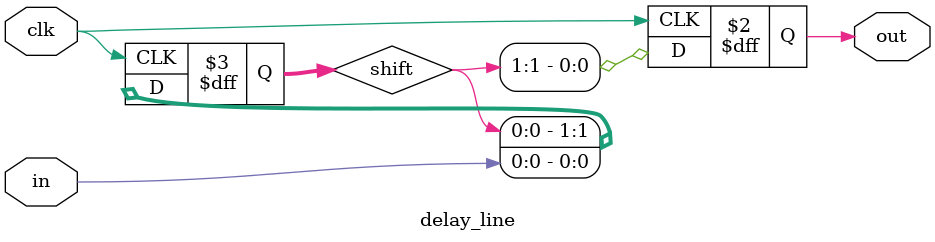
<source format=v>
`default_nettype none

module delay_line #(
    parameter DELAY = 2
    )
    (
    input   in,
    input   clk,

    output  reg out
    );

    reg [DELAY-1:0] shift;

    always @(posedge clk) begin
        shift[DELAY-1:1] <= shift[DELAY-2:0];
        shift[0] <= in;
        out <= shift[DELAY-1];
    end

endmodule


</source>
